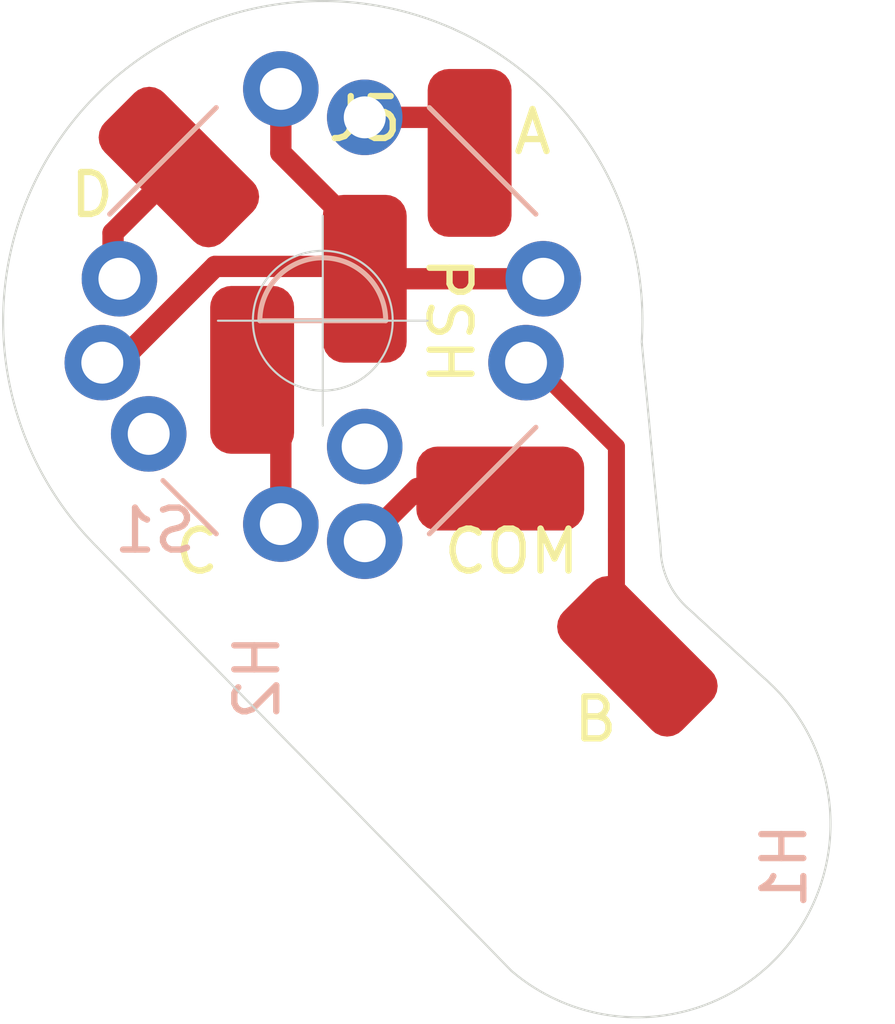
<source format=kicad_pcb>
(kicad_pcb (version 20171130) (host pcbnew "(5.1.6)-1")

  (general
    (thickness 1.6)
    (drawings 16)
    (tracks 21)
    (zones 0)
    (modules 9)
    (nets 7)
  )

  (page A4)
  (layers
    (0 F.Cu signal)
    (31 B.Cu signal)
    (32 B.Adhes user)
    (33 F.Adhes user)
    (34 B.Paste user)
    (35 F.Paste user)
    (36 B.SilkS user)
    (37 F.SilkS user)
    (38 B.Mask user)
    (39 F.Mask user)
    (40 Dwgs.User user)
    (41 Cmts.User user)
    (42 Eco1.User user)
    (43 Eco2.User user)
    (44 Edge.Cuts user)
    (45 Margin user)
    (46 B.CrtYd user)
    (47 F.CrtYd user)
    (48 B.Fab user)
    (49 F.Fab user)
  )

  (setup
    (last_trace_width 0.25)
    (user_trace_width 0.2032)
    (user_trace_width 0.4064)
    (user_trace_width 0.508)
    (user_trace_width 0.762)
    (trace_clearance 0.2)
    (zone_clearance 0.508)
    (zone_45_only no)
    (trace_min 0.2)
    (via_size 0.8)
    (via_drill 0.4)
    (via_min_size 0.4)
    (via_min_drill 0.3)
    (uvia_size 0.3)
    (uvia_drill 0.1)
    (uvias_allowed no)
    (uvia_min_size 0.2)
    (uvia_min_drill 0.1)
    (edge_width 0.05)
    (segment_width 0.2)
    (pcb_text_width 0.3)
    (pcb_text_size 1.5 1.5)
    (mod_edge_width 0.12)
    (mod_text_size 1 1)
    (mod_text_width 0.15)
    (pad_size 1.524 1.524)
    (pad_drill 0.762)
    (pad_to_mask_clearance 0.05)
    (aux_axis_origin 117.840999 101.940999)
    (grid_origin 117.840999 101.940999)
    (visible_elements 7FFFFFFF)
    (pcbplotparams
      (layerselection 0x010fc_ffffffff)
      (usegerberextensions true)
      (usegerberattributes false)
      (usegerberadvancedattributes true)
      (creategerberjobfile false)
      (excludeedgelayer true)
      (linewidth 0.100000)
      (plotframeref false)
      (viasonmask false)
      (mode 1)
      (useauxorigin false)
      (hpglpennumber 1)
      (hpglpenspeed 20)
      (hpglpendiameter 15.000000)
      (psnegative false)
      (psa4output false)
      (plotreference true)
      (plotvalue false)
      (plotinvisibletext false)
      (padsonsilk false)
      (subtractmaskfromsilk false)
      (outputformat 1)
      (mirror false)
      (drillshape 0)
      (scaleselection 1)
      (outputdirectory "manufacturing/gerber2/"))
  )

  (net 0 "")
  (net 1 "Net-(J1-Pad1)")
  (net 2 "Net-(J2-Pad1)")
  (net 3 "Net-(J3-Pad1)")
  (net 4 "Net-(J4-Pad1)")
  (net 5 "Net-(J5-Pad1)")
  (net 6 "Net-(J6-Pad1)")

  (net_class Default "This is the default net class."
    (clearance 0.2)
    (trace_width 0.25)
    (via_dia 0.8)
    (via_drill 0.4)
    (uvia_dia 0.3)
    (uvia_drill 0.1)
    (add_net "Net-(J1-Pad1)")
    (add_net "Net-(J2-Pad1)")
    (add_net "Net-(J3-Pad1)")
    (add_net "Net-(J4-Pad1)")
    (add_net "Net-(J5-Pad1)")
    (add_net "Net-(J6-Pad1)")
  )

  (module KiCAD_Libraries:SolderWirePad_1x01_SMD_2x4mm (layer F.Cu) (tedit 5EDB20B9) (tstamp 5EDC7D44)
    (at 122.072286 105.940999 90)
    (descr "Wire Pad, Square, SMD Pad,  5mm x 10mm,")
    (tags "MesurementPoint Square SMDPad 5mmx10mm ")
    (path /5EDE0082)
    (attr virtual)
    (fp_text reference J6 (at 0 -3.81 90) (layer F.SilkS) hide
      (effects (font (size 1 1) (thickness 0.15)))
    )
    (fp_text value Conn_01x01 (at 0 2.268713 90) (layer F.Fab)
      (effects (font (size 1 1) (thickness 0.15)))
    )
    (fp_line (start -1.1 2.1) (end -1.1 -2.1) (layer F.Fab) (width 0.1))
    (fp_line (start 1.1 2.1) (end -1.1 2.1) (layer F.Fab) (width 0.1))
    (fp_line (start 1.1 -2.1) (end 1.1 2.1) (layer F.Fab) (width 0.1))
    (fp_line (start -1.1 -2.1) (end 1.1 -2.1) (layer F.Fab) (width 0.1))
    (fp_line (start -1.1 -2.1) (end -1.1 2.1) (layer F.CrtYd) (width 0.05))
    (fp_line (start -1.1 2.1) (end 1.1 2.1) (layer F.CrtYd) (width 0.05))
    (fp_line (start 1.1 2.05) (end 1.1 -2.1) (layer F.CrtYd) (width 0.05))
    (fp_line (start 1.1 -2.1) (end -1.1 -2.1) (layer F.CrtYd) (width 0.05))
    (fp_text user %R (at -0.020914 -3.809352 90) (layer F.Fab)
      (effects (font (size 1 1) (thickness 0.15)))
    )
    (pad 1 smd roundrect (at 0 0 90) (size 2 4) (layers F.Cu F.Paste F.Mask) (roundrect_rratio 0.25)
      (net 6 "Net-(J6-Pad1)"))
  )

  (module KiCAD_Libraries:SolderWirePad_1x01_SMD_2x4mm (layer F.Cu) (tedit 5EDB20B9) (tstamp 5EDC013A)
    (at 118.840999 100.940999)
    (descr "Wire Pad, Square, SMD Pad,  5mm x 10mm,")
    (tags "MesurementPoint Square SMDPad 5mmx10mm ")
    (path /5EDDD406)
    (attr virtual)
    (fp_text reference J5 (at 0 -3.81) (layer F.SilkS)
      (effects (font (size 1 1) (thickness 0.15)))
    )
    (fp_text value Conn_01x01 (at 0 2.54) (layer F.Fab)
      (effects (font (size 1 1) (thickness 0.15)))
    )
    (fp_line (start -1.1 2.1) (end -1.1 -2.1) (layer F.Fab) (width 0.1))
    (fp_line (start 1.1 2.1) (end -1.1 2.1) (layer F.Fab) (width 0.1))
    (fp_line (start 1.1 -2.1) (end 1.1 2.1) (layer F.Fab) (width 0.1))
    (fp_line (start -1.1 -2.1) (end 1.1 -2.1) (layer F.Fab) (width 0.1))
    (fp_line (start -1.1 -2.1) (end -1.1 2.1) (layer F.CrtYd) (width 0.05))
    (fp_line (start -1.1 2.1) (end 1.1 2.1) (layer F.CrtYd) (width 0.05))
    (fp_line (start 1.1 2.05) (end 1.1 -2.1) (layer F.CrtYd) (width 0.05))
    (fp_line (start 1.1 -2.1) (end -1.1 -2.1) (layer F.CrtYd) (width 0.05))
    (fp_text user %R (at -0.020914 -3.809352) (layer F.Fab)
      (effects (font (size 1 1) (thickness 0.15)))
    )
    (pad 1 smd roundrect (at 0 0) (size 2 4) (layers F.Cu F.Paste F.Mask) (roundrect_rratio 0.25)
      (net 5 "Net-(J5-Pad1)"))
  )

  (module KiCAD_Libraries:SolderWirePad_1x01_SMD_2x4mm (layer F.Cu) (tedit 5EDB20B9) (tstamp 5EDC012C)
    (at 114.410285 98.278225 45)
    (descr "Wire Pad, Square, SMD Pad,  5mm x 10mm,")
    (tags "MesurementPoint Square SMDPad 5mmx10mm ")
    (path /5EDDD0B8)
    (attr virtual)
    (fp_text reference J4 (at 0 -3.81 45) (layer F.SilkS) hide
      (effects (font (size 1 1) (thickness 0.15)))
    )
    (fp_text value Conn_01x01 (at 0 2.54 45) (layer F.Fab)
      (effects (font (size 1 1) (thickness 0.15)))
    )
    (fp_line (start -1.1 2.1) (end -1.1 -2.1) (layer F.Fab) (width 0.1))
    (fp_line (start 1.1 2.1) (end -1.1 2.1) (layer F.Fab) (width 0.1))
    (fp_line (start 1.1 -2.1) (end 1.1 2.1) (layer F.Fab) (width 0.1))
    (fp_line (start -1.1 -2.1) (end 1.1 -2.1) (layer F.Fab) (width 0.1))
    (fp_line (start -1.1 -2.1) (end -1.1 2.1) (layer F.CrtYd) (width 0.05))
    (fp_line (start -1.1 2.1) (end 1.1 2.1) (layer F.CrtYd) (width 0.05))
    (fp_line (start 1.1 2.05) (end 1.1 -2.1) (layer F.CrtYd) (width 0.05))
    (fp_line (start 1.1 -2.1) (end -1.1 -2.1) (layer F.CrtYd) (width 0.05))
    (fp_text user %R (at -0.020914 -3.809352 45) (layer F.Fab)
      (effects (font (size 1 1) (thickness 0.15)))
    )
    (pad 1 smd roundrect (at 0 0 45) (size 2 4) (layers F.Cu F.Paste F.Mask) (roundrect_rratio 0.25)
      (net 4 "Net-(J4-Pad1)"))
  )

  (module KiCAD_Libraries:SolderWirePad_1x01_SMD_2x4mm (layer F.Cu) (tedit 5EDB20B9) (tstamp 5EDC011E)
    (at 116.156807 103.112817)
    (descr "Wire Pad, Square, SMD Pad,  5mm x 10mm,")
    (tags "MesurementPoint Square SMDPad 5mmx10mm ")
    (path /5EDDCC2B)
    (attr virtual)
    (fp_text reference J3 (at 0 -3.81) (layer F.SilkS) hide
      (effects (font (size 1 1) (thickness 0.15)))
    )
    (fp_text value Conn_01x01 (at 0 2.54) (layer F.Fab)
      (effects (font (size 1 1) (thickness 0.15)))
    )
    (fp_line (start -1.1 2.1) (end -1.1 -2.1) (layer F.Fab) (width 0.1))
    (fp_line (start 1.1 2.1) (end -1.1 2.1) (layer F.Fab) (width 0.1))
    (fp_line (start 1.1 -2.1) (end 1.1 2.1) (layer F.Fab) (width 0.1))
    (fp_line (start -1.1 -2.1) (end 1.1 -2.1) (layer F.Fab) (width 0.1))
    (fp_line (start -1.1 -2.1) (end -1.1 2.1) (layer F.CrtYd) (width 0.05))
    (fp_line (start -1.1 2.1) (end 1.1 2.1) (layer F.CrtYd) (width 0.05))
    (fp_line (start 1.1 2.05) (end 1.1 -2.1) (layer F.CrtYd) (width 0.05))
    (fp_line (start 1.1 -2.1) (end -1.1 -2.1) (layer F.CrtYd) (width 0.05))
    (fp_text user %R (at -0.020914 -3.809352) (layer F.Fab) hide
      (effects (font (size 1 1) (thickness 0.15)))
    )
    (pad 1 smd roundrect (at 0 0) (size 2 4) (layers F.Cu F.Paste F.Mask) (roundrect_rratio 0.25)
      (net 3 "Net-(J3-Pad1)"))
  )

  (module KiCAD_Libraries:SolderWirePad_1x01_SMD_2x4mm (layer F.Cu) (tedit 5EDB20B9) (tstamp 5EDC0110)
    (at 125.340999 109.940999 45)
    (descr "Wire Pad, Square, SMD Pad,  5mm x 10mm,")
    (tags "MesurementPoint Square SMDPad 5mmx10mm ")
    (path /5EDDC7E3)
    (attr virtual)
    (fp_text reference J2 (at 0 -3.81 45) (layer F.SilkS) hide
      (effects (font (size 1 1) (thickness 0.15)))
    )
    (fp_text value Conn_01x01 (at 0 2.54 45) (layer F.Fab)
      (effects (font (size 1 1) (thickness 0.15)))
    )
    (fp_line (start -1.1 2.1) (end -1.1 -2.1) (layer F.Fab) (width 0.1))
    (fp_line (start 1.1 2.1) (end -1.1 2.1) (layer F.Fab) (width 0.1))
    (fp_line (start 1.1 -2.1) (end 1.1 2.1) (layer F.Fab) (width 0.1))
    (fp_line (start -1.1 -2.1) (end 1.1 -2.1) (layer F.Fab) (width 0.1))
    (fp_line (start -1.1 -2.1) (end -1.1 2.1) (layer F.CrtYd) (width 0.05))
    (fp_line (start -1.1 2.1) (end 1.1 2.1) (layer F.CrtYd) (width 0.05))
    (fp_line (start 1.1 2.05) (end 1.1 -2.1) (layer F.CrtYd) (width 0.05))
    (fp_line (start 1.1 -2.1) (end -1.1 -2.1) (layer F.CrtYd) (width 0.05))
    (fp_text user %R (at -1.6 -3.5 45) (layer F.Fab)
      (effects (font (size 1 1) (thickness 0.15)))
    )
    (pad 1 smd roundrect (at 0 0 45) (size 2 4) (layers F.Cu F.Paste F.Mask) (roundrect_rratio 0.25)
      (net 2 "Net-(J2-Pad1)"))
  )

  (module KiCAD_Libraries:SolderWirePad_1x01_SMD_2x4mm (layer F.Cu) (tedit 5EDB20B9) (tstamp 5EDC0102)
    (at 121.340999 97.940999 180)
    (descr "Wire Pad, Square, SMD Pad,  5mm x 10mm,")
    (tags "MesurementPoint Square SMDPad 5mmx10mm ")
    (path /5EDDB3BD)
    (attr virtual)
    (fp_text reference J1 (at 0 -3.81) (layer F.SilkS) hide
      (effects (font (size 1 1) (thickness 0.15)))
    )
    (fp_text value Conn_01x01 (at 0 2.54) (layer F.Fab)
      (effects (font (size 1 1) (thickness 0.15)))
    )
    (fp_line (start -1.1 2.1) (end -1.1 -2.1) (layer F.Fab) (width 0.1))
    (fp_line (start 1.1 2.1) (end -1.1 2.1) (layer F.Fab) (width 0.1))
    (fp_line (start 1.1 -2.1) (end 1.1 2.1) (layer F.Fab) (width 0.1))
    (fp_line (start -1.1 -2.1) (end 1.1 -2.1) (layer F.Fab) (width 0.1))
    (fp_line (start -1.1 -2.1) (end -1.1 2.1) (layer F.CrtYd) (width 0.05))
    (fp_line (start -1.1 2.1) (end 1.1 2.1) (layer F.CrtYd) (width 0.05))
    (fp_line (start 1.1 2.05) (end 1.1 -2.1) (layer F.CrtYd) (width 0.05))
    (fp_line (start 1.1 -2.1) (end -1.1 -2.1) (layer F.CrtYd) (width 0.05))
    (fp_text user %R (at -0.020914 -3.809352) (layer F.Fab)
      (effects (font (size 1 1) (thickness 0.15)))
    )
    (pad 1 smd roundrect (at 0 0 180) (size 2 4) (layers F.Cu F.Paste F.Mask) (roundrect_rratio 0.25)
      (net 1 "Net-(J1-Pad1)"))
  )

  (module KiCAD_Libraries:RKJXM10 (layer B.Cu) (tedit 5ED0A0BD) (tstamp 5ED122B7)
    (at 117.840999 101.940999)
    (path /5ED2015F)
    (fp_text reference S1 (at -4 5) (layer B.SilkS)
      (effects (font (size 1 1) (thickness 0.15)) (justify mirror))
    )
    (fp_text value 8WayHat_CenterPush (at 8.89 9.398) (layer B.Fab) hide
      (effects (font (size 1 1) (thickness 0.15)) (justify mirror))
    )
    (fp_line (start -2.54 5.08) (end -3.81 3.81) (layer B.SilkS) (width 0.12))
    (fp_line (start 5.08 2.54) (end 2.54 5.08) (layer B.SilkS) (width 0.12))
    (fp_line (start 2.54 -5.08) (end 5.08 -2.54) (layer B.SilkS) (width 0.12))
    (fp_line (start -5.08 -2.54) (end -2.54 -5.08) (layer B.SilkS) (width 0.12))
    (fp_line (start 1.5 0) (end -1.5 0) (layer B.SilkS) (width 0.12))
    (fp_arc (start 0 0) (end -1.5 0) (angle 180) (layer B.SilkS) (width 0.12))
    (pad COM thru_hole circle (at 1 5.256) (size 1.8 1.8) (drill 1) (layers *.Cu *.Mask)
      (net 6 "Net-(J6-Pad1)"))
    (pad PUSH3 thru_hole circle (at 5.256 -1) (size 1.8 1.8) (drill 1) (layers *.Cu *.Mask)
      (net 5 "Net-(J5-Pad1)"))
    (pad B thru_hole circle (at 4.845 1) (size 1.8 1.8) (drill 1) (layers *.Cu *.Mask)
      (net 2 "Net-(J2-Pad1)"))
    (pad "" np_thru_hole circle (at 1 3) (size 1.8 1.8) (drill 1.1) (layers *.Cu *.Mask))
    (pad C thru_hole circle (at -1 4.848) (size 1.8 1.8) (drill 1) (layers *.Cu *.Mask)
      (net 3 "Net-(J3-Pad1)"))
    (pad GND thru_hole circle (at -4.15 2.698) (size 1.8 1.8) (drill 1) (layers *.Cu *.Mask))
    (pad PUSH1 thru_hole circle (at -5.256 1) (size 1.8 1.8) (drill 1) (layers *.Cu *.Mask)
      (net 5 "Net-(J5-Pad1)"))
    (pad D thru_hole circle (at -4.848 -1) (size 1.8 1.8) (drill 1) (layers *.Cu *.Mask)
      (net 4 "Net-(J4-Pad1)"))
    (pad PUSH2 thru_hole circle (at -1 -5.526) (size 1.8 1.8) (drill 1) (layers *.Cu *.Mask)
      (net 5 "Net-(J5-Pad1)"))
    (pad A thru_hole circle (at 1 -4.848) (size 1.8 1.8) (drill 1) (layers *.Cu *.Mask)
      (net 1 "Net-(J1-Pad1)"))
    (model C:/Users/irvin/Downloads/rkjxm1015004/RKJXM1015004/RKJXM1015004.STEP
      (at (xyz 0 0 0))
      (scale (xyz 1 1 1))
      (rotate (xyz 0 180 0))
    )
  )

  (module MountingHole:MountingHole_3mm (layer B.Cu) (tedit 56D1B4CB) (tstamp 5EDC9DAA)
    (at 120.340999 111.440999)
    (descr "Mounting Hole 3mm, no annular")
    (tags "mounting hole 3mm no annular")
    (path /5ED237D8)
    (attr virtual)
    (fp_text reference H2 (at -4.064 -1 90) (layer B.SilkS)
      (effects (font (size 1 1) (thickness 0.15)) (justify mirror))
    )
    (fp_text value MountingHole (at 0 -4) (layer B.Fab)
      (effects (font (size 1 1) (thickness 0.15)) (justify mirror))
    )
    (fp_circle (center 0 0) (end 3.25 0) (layer B.CrtYd) (width 0.05))
    (fp_circle (center 0 0) (end 3 0) (layer Cmts.User) (width 0.15))
    (fp_text user %R (at 0.3 0) (layer B.Fab)
      (effects (font (size 1 1) (thickness 0.15)) (justify mirror))
    )
    (pad 1 np_thru_hole circle (at 0 0) (size 3 3) (drill 3) (layers *.Cu *.Mask))
  )

  (module MountingHole:MountingHole_3mm locked (layer B.Cu) (tedit 56D1B4CB) (tstamp 5ED1258B)
    (at 126.340999 115.440999)
    (descr "Mounting Hole 3mm, no annular")
    (tags "mounting hole 3mm no annular")
    (path /5ED22FF4)
    (attr virtual)
    (fp_text reference H1 (at 2.5 -0.5 90) (layer B.SilkS)
      (effects (font (size 1 1) (thickness 0.15)) (justify mirror))
    )
    (fp_text value MountingHole (at 0 -4) (layer B.Fab)
      (effects (font (size 1 1) (thickness 0.15)) (justify mirror))
    )
    (fp_circle (center 0 0) (end 3.25 0) (layer B.CrtYd) (width 0.05))
    (fp_circle (center 0 0) (end 3 0) (layer Cmts.User) (width 0.15))
    (fp_text user %R (at 0.3 0) (layer B.Fab)
      (effects (font (size 1 1) (thickness 0.15)) (justify mirror))
    )
    (pad 1 np_thru_hole circle (at 0 0) (size 3 3) (drill 3) (layers *.Cu *.Mask))
  )

  (dimension 7.62 (width 0.15) (layer Dwgs.User)
    (gr_text "7.620 mm" (at 114.030999 113.654999) (layer Dwgs.User)
      (effects (font (size 1 1) (thickness 0.15)))
    )
    (feature1 (pts (xy 117.840999 101.940999) (xy 117.840999 112.94142)))
    (feature2 (pts (xy 110.220999 101.940999) (xy 110.220999 112.94142)))
    (crossbar (pts (xy 110.220999 112.354999) (xy 117.840999 112.354999)))
    (arrow1a (pts (xy 117.840999 112.354999) (xy 116.714495 112.94142)))
    (arrow1b (pts (xy 117.840999 112.354999) (xy 116.714495 111.768578)))
    (arrow2a (pts (xy 110.220999 112.354999) (xy 111.347503 112.94142)))
    (arrow2b (pts (xy 110.220999 112.354999) (xy 111.347503 111.768578)))
  )
  (gr_line (start 125.444358 102.444322) (end 125.894156 107.33946) (layer Edge.Cuts) (width 0.05) (tstamp 5EDC9F49))
  (gr_arc (start 117.840999 101.940999) (end 117.840999 94.320999) (angle 93.78731084) (layer Edge.Cuts) (width 0.05) (tstamp 5EDC9E4D))
  (gr_line (start 126.510154 108.760393) (end 128.370809 110.466773) (layer Edge.Cuts) (width 0.05) (tstamp 5EDC9E0B))
  (gr_line (start 112.452845 107.329153) (end 122.340999 117.440999) (layer Edge.Cuts) (width 0.05) (tstamp 5EDC9D80))
  (gr_text PSH (at 120.840999 101.940999 270) (layer F.SilkS)
    (effects (font (size 1 1) (thickness 0.15)))
  )
  (gr_text C (at 114.840999 107.440999) (layer F.SilkS)
    (effects (font (size 1 1) (thickness 0.15)))
  )
  (gr_text "COM\n" (at 122.340999 107.440999) (layer F.SilkS)
    (effects (font (size 1 1) (thickness 0.15)))
  )
  (gr_text B (at 124.340999 111.440999) (layer F.SilkS)
    (effects (font (size 1 1) (thickness 0.15)))
  )
  (gr_text A (at 122.840999 97.440999) (layer F.SilkS)
    (effects (font (size 1 1) (thickness 0.15)))
  )
  (gr_text D (at 112.340999 98.940999) (layer F.SilkS)
    (effects (font (size 1 1) (thickness 0.15)))
  )
  (gr_arc (start 127.840999 107.33946) (end 125.894156 107.33946) (angle -46.87509459) (layer Edge.Cuts) (width 0.05))
  (gr_arc (start 125.340999 113.940999) (end 122.340999 117.440999) (angle -179.5101973) (layer Edge.Cuts) (width 0.05) (tstamp 5EDCA005))
  (gr_line (start 110.220999 101.940999) (end 110.220999 109.560999) (layer Dwgs.User) (width 0.15))
  (gr_arc (start 117.840999 101.940999) (end 117.840999 94.320999) (angle -135) (layer Edge.Cuts) (width 0.05))
  (target plus (at 117.840999 101.940999) (size 5) (width 0.05) (layer Edge.Cuts))

  (segment (start 121.188999 97.092999) (end 121.340999 96.940999) (width 0.508) (layer F.Cu) (net 1))
  (segment (start 118.840999 97.092999) (end 121.188999 97.092999) (width 0.508) (layer F.Cu) (net 1))
  (segment (start 124.840999 104.940999) (end 124.840999 106.940999) (width 0.4064) (layer F.Cu) (net 2))
  (segment (start 122.685999 102.940999) (end 122.840999 102.940999) (width 0.4064) (layer F.Cu) (net 2))
  (segment (start 122.840999 102.940999) (end 124.840999 104.940999) (width 0.4064) (layer F.Cu) (net 2))
  (segment (start 124.840999 106.940999) (end 124.840999 108.940999) (width 0.4064) (layer F.Cu) (net 2))
  (segment (start 116.840999 106.788999) (end 116.840999 104.440999) (width 0.508) (layer F.Cu) (net 3))
  (segment (start 116.840999 104.440999) (end 115.840999 103.440999) (width 0.508) (layer F.Cu) (net 3))
  (segment (start 115.840999 103.440999) (end 115.840999 102.940999) (width 0.508) (layer F.Cu) (net 3))
  (segment (start 114.410285 98.278225) (end 112.840999 99.847511) (width 0.508) (layer F.Cu) (net 4))
  (segment (start 112.840999 99.847511) (end 112.840999 100.940999) (width 0.508) (layer F.Cu) (net 4))
  (segment (start 112.584999 102.940999) (end 112.979451 102.940999) (width 0.508) (layer F.Cu) (net 5))
  (segment (start 115.274001 100.646449) (end 119.046449 100.646449) (width 0.508) (layer F.Cu) (net 5))
  (segment (start 112.979451 102.940999) (end 115.274001 100.646449) (width 0.508) (layer F.Cu) (net 5))
  (segment (start 119.046449 100.646449) (end 119.340999 100.940999) (width 0.508) (layer F.Cu) (net 5))
  (segment (start 116.840999 96.414999) (end 116.840999 97.940999) (width 0.508) (layer F.Cu) (net 5))
  (segment (start 116.840999 97.940999) (end 118.340999 99.440999) (width 0.508) (layer F.Cu) (net 5))
  (segment (start 123.096999 100.940999) (end 119.340999 100.940999) (width 0.508) (layer F.Cu) (net 5))
  (segment (start 119.340999 100.940999) (end 119.340999 100.440999) (width 0.508) (layer F.Cu) (net 5))
  (segment (start 118.840999 107.196999) (end 120.096999 105.940999) (width 0.508) (layer F.Cu) (net 6))
  (segment (start 120.096999 105.940999) (end 121.340999 105.940999) (width 0.508) (layer F.Cu) (net 6))

)

</source>
